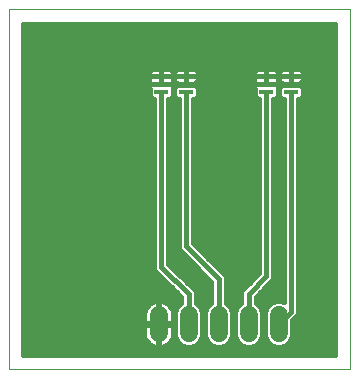
<source format=gtl>
G75*
%MOIN*%
%OFA0B0*%
%FSLAX25Y25*%
%IPPOS*%
%LPD*%
%AMOC8*
5,1,8,0,0,1.08239X$1,22.5*
%
%ADD10C,0.00000*%
%ADD11C,0.06000*%
%ADD12R,0.04600X0.01400*%
%ADD13C,0.01600*%
D10*
X0136800Y0016800D02*
X0136800Y0136761D01*
X0250501Y0136761D01*
X0250501Y0016800D01*
X0136800Y0016800D01*
D11*
X0186800Y0028800D02*
X0186800Y0034800D01*
X0196800Y0034800D02*
X0196800Y0028800D01*
X0206800Y0028800D02*
X0206800Y0034800D01*
X0216800Y0034800D02*
X0216800Y0028800D01*
X0226800Y0028800D02*
X0226800Y0034800D01*
D12*
X0222700Y0109200D03*
X0222700Y0111800D03*
X0222700Y0114400D03*
X0230900Y0114400D03*
X0230900Y0109200D03*
X0195900Y0109200D03*
X0195900Y0114400D03*
X0187700Y0114400D03*
X0187700Y0111800D03*
X0187700Y0109200D03*
D13*
X0187700Y0050900D01*
X0196800Y0041800D01*
X0196800Y0031800D01*
X0201400Y0031187D02*
X0202200Y0031187D01*
X0202200Y0032785D02*
X0201400Y0032785D01*
X0201400Y0034384D02*
X0202200Y0034384D01*
X0202200Y0035715D02*
X0202200Y0027885D01*
X0202900Y0026194D01*
X0204194Y0024900D01*
X0205885Y0024200D01*
X0207715Y0024200D01*
X0209406Y0024900D01*
X0210700Y0026194D01*
X0211400Y0027885D01*
X0211400Y0035715D01*
X0210700Y0037406D01*
X0209406Y0038700D01*
X0209200Y0038785D01*
X0209200Y0047277D01*
X0208835Y0048159D01*
X0208159Y0048835D01*
X0198300Y0058694D01*
X0198300Y0106900D01*
X0198863Y0106900D01*
X0199800Y0107837D01*
X0199800Y0110563D01*
X0198863Y0111500D01*
X0196619Y0111500D01*
X0196377Y0111600D01*
X0195423Y0111600D01*
X0195181Y0111500D01*
X0192937Y0111500D01*
X0192000Y0110563D01*
X0192000Y0107837D01*
X0192937Y0106900D01*
X0193500Y0106900D01*
X0193500Y0057223D01*
X0193865Y0056341D01*
X0204400Y0045806D01*
X0204400Y0038785D01*
X0204194Y0038700D01*
X0202900Y0037406D01*
X0202200Y0035715D01*
X0202311Y0035982D02*
X0201289Y0035982D01*
X0201400Y0035715D02*
X0200700Y0037406D01*
X0199406Y0038700D01*
X0199200Y0038785D01*
X0199200Y0042277D01*
X0198835Y0043159D01*
X0198159Y0043835D01*
X0190100Y0051894D01*
X0190100Y0106900D01*
X0190663Y0106900D01*
X0191600Y0107837D01*
X0191600Y0110271D01*
X0191677Y0110405D01*
X0191800Y0110863D01*
X0191800Y0111800D01*
X0191800Y0112737D01*
X0191703Y0113100D01*
X0191800Y0113463D01*
X0191923Y0113005D01*
X0192160Y0112595D01*
X0192495Y0112260D01*
X0192905Y0112023D01*
X0193363Y0111900D01*
X0195900Y0111900D01*
X0198437Y0111900D01*
X0198895Y0112023D01*
X0199305Y0112260D01*
X0199640Y0112595D01*
X0199877Y0113005D01*
X0200000Y0113463D01*
X0200000Y0114400D01*
X0200000Y0115337D01*
X0199877Y0115795D01*
X0199640Y0116205D01*
X0199305Y0116540D01*
X0198895Y0116777D01*
X0198437Y0116900D01*
X0195900Y0116900D01*
X0195900Y0114400D01*
X0200000Y0114400D01*
X0195900Y0114400D01*
X0195900Y0114400D01*
X0195900Y0114400D01*
X0195900Y0111900D01*
X0195900Y0114400D01*
X0195900Y0114400D01*
X0195900Y0114400D01*
X0191800Y0114400D01*
X0191800Y0115337D01*
X0191923Y0115795D01*
X0192160Y0116205D01*
X0192495Y0116540D01*
X0192905Y0116777D01*
X0193363Y0116900D01*
X0195900Y0116900D01*
X0195900Y0114400D01*
X0191800Y0114400D01*
X0191800Y0115337D01*
X0191677Y0115795D01*
X0191440Y0116205D01*
X0191105Y0116540D01*
X0190695Y0116777D01*
X0190237Y0116900D01*
X0187700Y0116900D01*
X0187700Y0114400D01*
X0187700Y0114400D01*
X0191800Y0114400D01*
X0191800Y0113463D01*
X0191800Y0114400D01*
X0187700Y0114400D01*
X0187700Y0114400D01*
X0187700Y0114400D01*
X0183600Y0114400D01*
X0183600Y0115337D01*
X0183723Y0115795D01*
X0183960Y0116205D01*
X0184295Y0116540D01*
X0184705Y0116777D01*
X0185163Y0116900D01*
X0187700Y0116900D01*
X0187700Y0114400D01*
X0187700Y0111800D01*
X0191800Y0111800D01*
X0187700Y0111800D01*
X0187700Y0111800D01*
X0187700Y0111800D01*
X0187700Y0111800D01*
X0183600Y0111800D01*
X0183600Y0112737D01*
X0183697Y0113100D01*
X0183600Y0113463D01*
X0183600Y0114400D01*
X0187700Y0114400D01*
X0187700Y0114400D01*
X0187700Y0114300D01*
X0187700Y0111800D01*
X0183600Y0111800D01*
X0183600Y0110863D01*
X0183723Y0110405D01*
X0183800Y0110271D01*
X0183800Y0107837D01*
X0184737Y0106900D01*
X0185300Y0106900D01*
X0185300Y0050423D01*
X0185665Y0049541D01*
X0194400Y0040806D01*
X0194400Y0038785D01*
X0194194Y0038700D01*
X0192900Y0037406D01*
X0192200Y0035715D01*
X0192200Y0027885D01*
X0192900Y0026194D01*
X0194194Y0024900D01*
X0195885Y0024200D01*
X0197715Y0024200D01*
X0199406Y0024900D01*
X0200700Y0026194D01*
X0201400Y0027885D01*
X0201400Y0035715D01*
X0200525Y0037581D02*
X0203075Y0037581D01*
X0204400Y0039179D02*
X0199200Y0039179D01*
X0199200Y0040778D02*
X0204400Y0040778D01*
X0204400Y0042376D02*
X0199159Y0042376D01*
X0198019Y0043975D02*
X0204400Y0043975D01*
X0204400Y0045573D02*
X0196421Y0045573D01*
X0194822Y0047172D02*
X0203034Y0047172D01*
X0201436Y0048770D02*
X0193224Y0048770D01*
X0191625Y0050369D02*
X0199837Y0050369D01*
X0198239Y0051967D02*
X0190100Y0051967D01*
X0190100Y0053566D02*
X0196640Y0053566D01*
X0195042Y0055164D02*
X0190100Y0055164D01*
X0190100Y0056763D02*
X0193690Y0056763D01*
X0193500Y0058361D02*
X0190100Y0058361D01*
X0190100Y0059960D02*
X0193500Y0059960D01*
X0193500Y0061558D02*
X0190100Y0061558D01*
X0190100Y0063157D02*
X0193500Y0063157D01*
X0193500Y0064755D02*
X0190100Y0064755D01*
X0190100Y0066354D02*
X0193500Y0066354D01*
X0193500Y0067952D02*
X0190100Y0067952D01*
X0190100Y0069551D02*
X0193500Y0069551D01*
X0193500Y0071149D02*
X0190100Y0071149D01*
X0190100Y0072748D02*
X0193500Y0072748D01*
X0193500Y0074346D02*
X0190100Y0074346D01*
X0190100Y0075945D02*
X0193500Y0075945D01*
X0193500Y0077543D02*
X0190100Y0077543D01*
X0190100Y0079142D02*
X0193500Y0079142D01*
X0193500Y0080740D02*
X0190100Y0080740D01*
X0190100Y0082339D02*
X0193500Y0082339D01*
X0193500Y0083937D02*
X0190100Y0083937D01*
X0190100Y0085536D02*
X0193500Y0085536D01*
X0193500Y0087134D02*
X0190100Y0087134D01*
X0190100Y0088733D02*
X0193500Y0088733D01*
X0193500Y0090332D02*
X0190100Y0090332D01*
X0190100Y0091930D02*
X0193500Y0091930D01*
X0193500Y0093529D02*
X0190100Y0093529D01*
X0190100Y0095127D02*
X0193500Y0095127D01*
X0193500Y0096726D02*
X0190100Y0096726D01*
X0190100Y0098324D02*
X0193500Y0098324D01*
X0193500Y0099923D02*
X0190100Y0099923D01*
X0190100Y0101521D02*
X0193500Y0101521D01*
X0193500Y0103120D02*
X0190100Y0103120D01*
X0190100Y0104718D02*
X0193500Y0104718D01*
X0193500Y0106317D02*
X0190100Y0106317D01*
X0191600Y0107915D02*
X0192000Y0107915D01*
X0192000Y0109514D02*
X0191600Y0109514D01*
X0191800Y0111112D02*
X0192549Y0111112D01*
X0192093Y0112711D02*
X0191800Y0112711D01*
X0191800Y0114309D02*
X0191800Y0114309D01*
X0191612Y0115908D02*
X0191988Y0115908D01*
X0195900Y0115908D02*
X0195900Y0115908D01*
X0195900Y0114309D02*
X0195900Y0114309D01*
X0195900Y0112711D02*
X0195900Y0112711D01*
X0195900Y0109200D02*
X0195900Y0057700D01*
X0206800Y0046800D01*
X0206800Y0031800D01*
X0211400Y0031187D02*
X0212200Y0031187D01*
X0212200Y0032785D02*
X0211400Y0032785D01*
X0211400Y0034384D02*
X0212200Y0034384D01*
X0212200Y0035715D02*
X0212900Y0037406D01*
X0214194Y0038700D01*
X0214400Y0038785D01*
X0214400Y0042277D01*
X0214765Y0043159D01*
X0215441Y0043835D01*
X0220300Y0048694D01*
X0220300Y0106900D01*
X0219737Y0106900D01*
X0218800Y0107837D01*
X0218800Y0110271D01*
X0218723Y0110405D01*
X0218600Y0110863D01*
X0218600Y0111800D01*
X0222700Y0111800D01*
X0226800Y0111800D01*
X0226800Y0112737D01*
X0226703Y0113100D01*
X0226800Y0113463D01*
X0226923Y0113005D01*
X0227160Y0112595D01*
X0227495Y0112260D01*
X0227905Y0112023D01*
X0228363Y0111900D01*
X0230900Y0111900D01*
X0233437Y0111900D01*
X0233895Y0112023D01*
X0234305Y0112260D01*
X0234640Y0112595D01*
X0234877Y0113005D01*
X0235000Y0113463D01*
X0235000Y0114400D01*
X0235000Y0115337D01*
X0234877Y0115795D01*
X0234640Y0116205D01*
X0234305Y0116540D01*
X0233895Y0116777D01*
X0233437Y0116900D01*
X0230900Y0116900D01*
X0230900Y0114400D01*
X0235000Y0114400D01*
X0230900Y0114400D01*
X0230900Y0114400D01*
X0230900Y0114400D01*
X0230900Y0111900D01*
X0230900Y0114400D01*
X0230900Y0114400D01*
X0230900Y0114400D01*
X0226800Y0114400D01*
X0226800Y0115337D01*
X0226923Y0115795D01*
X0227160Y0116205D01*
X0227495Y0116540D01*
X0227905Y0116777D01*
X0228363Y0116900D01*
X0230900Y0116900D01*
X0230900Y0114400D01*
X0226800Y0114400D01*
X0226800Y0115337D01*
X0226677Y0115795D01*
X0226440Y0116205D01*
X0226105Y0116540D01*
X0225695Y0116777D01*
X0225237Y0116900D01*
X0222700Y0116900D01*
X0222700Y0114400D01*
X0222700Y0114400D01*
X0226800Y0114400D01*
X0226800Y0113463D01*
X0226800Y0114400D01*
X0222700Y0114400D01*
X0222700Y0114400D01*
X0222700Y0114400D01*
X0218600Y0114400D01*
X0218600Y0115337D01*
X0218723Y0115795D01*
X0218960Y0116205D01*
X0219295Y0116540D01*
X0219705Y0116777D01*
X0220163Y0116900D01*
X0222700Y0116900D01*
X0222700Y0114400D01*
X0222700Y0111800D01*
X0222700Y0111800D01*
X0222700Y0111800D01*
X0222700Y0111800D01*
X0226800Y0111800D01*
X0226800Y0110863D01*
X0226677Y0110405D01*
X0226600Y0110271D01*
X0226600Y0107837D01*
X0225663Y0106900D01*
X0225100Y0106900D01*
X0225100Y0047223D01*
X0224735Y0046341D01*
X0219200Y0040806D01*
X0219200Y0038785D01*
X0219406Y0038700D01*
X0220700Y0037406D01*
X0221400Y0035715D01*
X0221400Y0027885D01*
X0220700Y0026194D01*
X0219406Y0024900D01*
X0217715Y0024200D01*
X0215885Y0024200D01*
X0214194Y0024900D01*
X0212900Y0026194D01*
X0212200Y0027885D01*
X0212200Y0035715D01*
X0212311Y0035982D02*
X0211289Y0035982D01*
X0210525Y0037581D02*
X0213075Y0037581D01*
X0214400Y0039179D02*
X0209200Y0039179D01*
X0209200Y0040778D02*
X0214400Y0040778D01*
X0214441Y0042376D02*
X0209200Y0042376D01*
X0209200Y0043975D02*
X0215581Y0043975D01*
X0217179Y0045573D02*
X0209200Y0045573D01*
X0209200Y0047172D02*
X0218778Y0047172D01*
X0220300Y0048770D02*
X0208224Y0048770D01*
X0206625Y0050369D02*
X0220300Y0050369D01*
X0220300Y0051967D02*
X0205027Y0051967D01*
X0203428Y0053566D02*
X0220300Y0053566D01*
X0220300Y0055164D02*
X0201830Y0055164D01*
X0200231Y0056763D02*
X0220300Y0056763D01*
X0220300Y0058361D02*
X0198633Y0058361D01*
X0198300Y0059960D02*
X0220300Y0059960D01*
X0220300Y0061558D02*
X0198300Y0061558D01*
X0198300Y0063157D02*
X0220300Y0063157D01*
X0220300Y0064755D02*
X0198300Y0064755D01*
X0198300Y0066354D02*
X0220300Y0066354D01*
X0220300Y0067952D02*
X0198300Y0067952D01*
X0198300Y0069551D02*
X0220300Y0069551D01*
X0220300Y0071149D02*
X0198300Y0071149D01*
X0198300Y0072748D02*
X0220300Y0072748D01*
X0220300Y0074346D02*
X0198300Y0074346D01*
X0198300Y0075945D02*
X0220300Y0075945D01*
X0220300Y0077543D02*
X0198300Y0077543D01*
X0198300Y0079142D02*
X0220300Y0079142D01*
X0220300Y0080740D02*
X0198300Y0080740D01*
X0198300Y0082339D02*
X0220300Y0082339D01*
X0220300Y0083937D02*
X0198300Y0083937D01*
X0198300Y0085536D02*
X0220300Y0085536D01*
X0220300Y0087134D02*
X0198300Y0087134D01*
X0198300Y0088733D02*
X0220300Y0088733D01*
X0220300Y0090332D02*
X0198300Y0090332D01*
X0198300Y0091930D02*
X0220300Y0091930D01*
X0220300Y0093529D02*
X0198300Y0093529D01*
X0198300Y0095127D02*
X0220300Y0095127D01*
X0220300Y0096726D02*
X0198300Y0096726D01*
X0198300Y0098324D02*
X0220300Y0098324D01*
X0220300Y0099923D02*
X0198300Y0099923D01*
X0198300Y0101521D02*
X0220300Y0101521D01*
X0220300Y0103120D02*
X0198300Y0103120D01*
X0198300Y0104718D02*
X0220300Y0104718D01*
X0220300Y0106317D02*
X0198300Y0106317D01*
X0199800Y0107915D02*
X0218800Y0107915D01*
X0218800Y0109514D02*
X0199800Y0109514D01*
X0199251Y0111112D02*
X0218600Y0111112D01*
X0218600Y0111800D02*
X0222700Y0111800D01*
X0222700Y0114300D01*
X0222700Y0114400D01*
X0222700Y0114400D01*
X0218600Y0114400D01*
X0218600Y0113463D01*
X0218697Y0113100D01*
X0218600Y0112737D01*
X0218600Y0111800D01*
X0218600Y0112711D02*
X0199707Y0112711D01*
X0200000Y0114309D02*
X0218600Y0114309D01*
X0218788Y0115908D02*
X0199812Y0115908D01*
X0187700Y0115908D02*
X0187700Y0115908D01*
X0187700Y0114309D02*
X0187700Y0114309D01*
X0187700Y0112711D02*
X0187700Y0112711D01*
X0183600Y0112711D02*
X0141600Y0112711D01*
X0141600Y0114309D02*
X0183600Y0114309D01*
X0183788Y0115908D02*
X0141600Y0115908D01*
X0141600Y0117506D02*
X0245701Y0117506D01*
X0245701Y0115908D02*
X0234812Y0115908D01*
X0235000Y0114309D02*
X0245701Y0114309D01*
X0245701Y0112711D02*
X0234707Y0112711D01*
X0233863Y0111500D02*
X0231619Y0111500D01*
X0231377Y0111600D01*
X0230423Y0111600D01*
X0230181Y0111500D01*
X0227937Y0111500D01*
X0227000Y0110563D01*
X0227000Y0107837D01*
X0227937Y0106900D01*
X0228500Y0106900D01*
X0228500Y0039075D01*
X0227715Y0039400D01*
X0225885Y0039400D01*
X0224194Y0038700D01*
X0222900Y0037406D01*
X0222200Y0035715D01*
X0222200Y0027885D01*
X0222900Y0026194D01*
X0224194Y0024900D01*
X0225885Y0024200D01*
X0227715Y0024200D01*
X0229406Y0024900D01*
X0230700Y0026194D01*
X0231400Y0027885D01*
X0231400Y0033006D01*
X0232935Y0034541D01*
X0233300Y0035423D01*
X0233300Y0106900D01*
X0233863Y0106900D01*
X0234800Y0107837D01*
X0234800Y0110563D01*
X0233863Y0111500D01*
X0234251Y0111112D02*
X0245701Y0111112D01*
X0245701Y0109514D02*
X0234800Y0109514D01*
X0234800Y0107915D02*
X0245701Y0107915D01*
X0245701Y0106317D02*
X0233300Y0106317D01*
X0233300Y0104718D02*
X0245701Y0104718D01*
X0245701Y0103120D02*
X0233300Y0103120D01*
X0233300Y0101521D02*
X0245701Y0101521D01*
X0245701Y0099923D02*
X0233300Y0099923D01*
X0233300Y0098324D02*
X0245701Y0098324D01*
X0245701Y0096726D02*
X0233300Y0096726D01*
X0233300Y0095127D02*
X0245701Y0095127D01*
X0245701Y0093529D02*
X0233300Y0093529D01*
X0233300Y0091930D02*
X0245701Y0091930D01*
X0245701Y0090332D02*
X0233300Y0090332D01*
X0233300Y0088733D02*
X0245701Y0088733D01*
X0245701Y0087134D02*
X0233300Y0087134D01*
X0233300Y0085536D02*
X0245701Y0085536D01*
X0245701Y0083937D02*
X0233300Y0083937D01*
X0233300Y0082339D02*
X0245701Y0082339D01*
X0245701Y0080740D02*
X0233300Y0080740D01*
X0233300Y0079142D02*
X0245701Y0079142D01*
X0245701Y0077543D02*
X0233300Y0077543D01*
X0233300Y0075945D02*
X0245701Y0075945D01*
X0245701Y0074346D02*
X0233300Y0074346D01*
X0233300Y0072748D02*
X0245701Y0072748D01*
X0245701Y0071149D02*
X0233300Y0071149D01*
X0233300Y0069551D02*
X0245701Y0069551D01*
X0245701Y0067952D02*
X0233300Y0067952D01*
X0233300Y0066354D02*
X0245701Y0066354D01*
X0245701Y0064755D02*
X0233300Y0064755D01*
X0233300Y0063157D02*
X0245701Y0063157D01*
X0245701Y0061558D02*
X0233300Y0061558D01*
X0233300Y0059960D02*
X0245701Y0059960D01*
X0245701Y0058361D02*
X0233300Y0058361D01*
X0233300Y0056763D02*
X0245701Y0056763D01*
X0245701Y0055164D02*
X0233300Y0055164D01*
X0233300Y0053566D02*
X0245701Y0053566D01*
X0245701Y0051967D02*
X0233300Y0051967D01*
X0233300Y0050369D02*
X0245701Y0050369D01*
X0245701Y0048770D02*
X0233300Y0048770D01*
X0233300Y0047172D02*
X0245701Y0047172D01*
X0245701Y0045573D02*
X0233300Y0045573D01*
X0233300Y0043975D02*
X0245701Y0043975D01*
X0245701Y0042376D02*
X0233300Y0042376D01*
X0233300Y0040778D02*
X0245701Y0040778D01*
X0245701Y0039179D02*
X0233300Y0039179D01*
X0233300Y0037581D02*
X0245701Y0037581D01*
X0245701Y0035982D02*
X0233300Y0035982D01*
X0232778Y0034384D02*
X0245701Y0034384D01*
X0245701Y0032785D02*
X0231400Y0032785D01*
X0231400Y0031187D02*
X0245701Y0031187D01*
X0245701Y0029588D02*
X0231400Y0029588D01*
X0231400Y0027990D02*
X0245701Y0027990D01*
X0245701Y0026391D02*
X0230781Y0026391D01*
X0229146Y0024793D02*
X0245701Y0024793D01*
X0245701Y0023194D02*
X0141600Y0023194D01*
X0141600Y0021600D02*
X0141600Y0131961D01*
X0245701Y0131961D01*
X0245701Y0021600D01*
X0141600Y0021600D01*
X0141600Y0024793D02*
X0184150Y0024793D01*
X0184284Y0024695D02*
X0184957Y0024352D01*
X0185676Y0024118D01*
X0186422Y0024000D01*
X0186600Y0024000D01*
X0186600Y0031600D01*
X0187000Y0031600D01*
X0187000Y0032000D01*
X0191600Y0032000D01*
X0191600Y0035178D01*
X0191482Y0035924D01*
X0191248Y0036643D01*
X0190905Y0037316D01*
X0190461Y0037927D01*
X0189927Y0038461D01*
X0189316Y0038905D01*
X0188643Y0039248D01*
X0187924Y0039482D01*
X0187178Y0039600D01*
X0187000Y0039600D01*
X0187000Y0032000D01*
X0186600Y0032000D01*
X0186600Y0039600D01*
X0186422Y0039600D01*
X0185676Y0039482D01*
X0184957Y0039248D01*
X0184284Y0038905D01*
X0183673Y0038461D01*
X0183139Y0037927D01*
X0182695Y0037316D01*
X0182352Y0036643D01*
X0182118Y0035924D01*
X0182000Y0035178D01*
X0182000Y0032000D01*
X0186600Y0032000D01*
X0186600Y0031600D01*
X0182000Y0031600D01*
X0182000Y0028422D01*
X0182118Y0027676D01*
X0182352Y0026957D01*
X0182695Y0026284D01*
X0183139Y0025673D01*
X0183673Y0025139D01*
X0184284Y0024695D01*
X0186600Y0024793D02*
X0187000Y0024793D01*
X0187000Y0024000D02*
X0187178Y0024000D01*
X0187924Y0024118D01*
X0188643Y0024352D01*
X0189316Y0024695D01*
X0189927Y0025139D01*
X0190461Y0025673D01*
X0190905Y0026284D01*
X0191248Y0026957D01*
X0191482Y0027676D01*
X0191600Y0028422D01*
X0191600Y0031600D01*
X0187000Y0031600D01*
X0187000Y0024000D01*
X0187000Y0026391D02*
X0186600Y0026391D01*
X0186600Y0027990D02*
X0187000Y0027990D01*
X0187000Y0029588D02*
X0186600Y0029588D01*
X0186600Y0031187D02*
X0187000Y0031187D01*
X0187000Y0032785D02*
X0186600Y0032785D01*
X0186600Y0034384D02*
X0187000Y0034384D01*
X0187000Y0035982D02*
X0186600Y0035982D01*
X0186600Y0037581D02*
X0187000Y0037581D01*
X0187000Y0039179D02*
X0186600Y0039179D01*
X0184822Y0039179D02*
X0141600Y0039179D01*
X0141600Y0037581D02*
X0182887Y0037581D01*
X0182137Y0035982D02*
X0141600Y0035982D01*
X0141600Y0034384D02*
X0182000Y0034384D01*
X0182000Y0032785D02*
X0141600Y0032785D01*
X0141600Y0031187D02*
X0182000Y0031187D01*
X0182000Y0029588D02*
X0141600Y0029588D01*
X0141600Y0027990D02*
X0182069Y0027990D01*
X0182640Y0026391D02*
X0141600Y0026391D01*
X0141600Y0040778D02*
X0194400Y0040778D01*
X0194400Y0039179D02*
X0188778Y0039179D01*
X0190713Y0037581D02*
X0193075Y0037581D01*
X0192311Y0035982D02*
X0191463Y0035982D01*
X0191600Y0034384D02*
X0192200Y0034384D01*
X0192200Y0032785D02*
X0191600Y0032785D01*
X0191600Y0031187D02*
X0192200Y0031187D01*
X0192200Y0029588D02*
X0191600Y0029588D01*
X0191531Y0027990D02*
X0192200Y0027990D01*
X0192819Y0026391D02*
X0190960Y0026391D01*
X0189450Y0024793D02*
X0194454Y0024793D01*
X0199146Y0024793D02*
X0204454Y0024793D01*
X0202819Y0026391D02*
X0200781Y0026391D01*
X0201400Y0027990D02*
X0202200Y0027990D01*
X0202200Y0029588D02*
X0201400Y0029588D01*
X0209146Y0024793D02*
X0214454Y0024793D01*
X0212819Y0026391D02*
X0210781Y0026391D01*
X0211400Y0027990D02*
X0212200Y0027990D01*
X0212200Y0029588D02*
X0211400Y0029588D01*
X0216800Y0031800D02*
X0216800Y0041800D01*
X0222700Y0047700D01*
X0222700Y0109200D01*
X0222700Y0112711D02*
X0222700Y0112711D01*
X0222700Y0114309D02*
X0222700Y0114309D01*
X0222700Y0115908D02*
X0222700Y0115908D01*
X0226612Y0115908D02*
X0226988Y0115908D01*
X0226800Y0114309D02*
X0226800Y0114309D01*
X0226800Y0112711D02*
X0227093Y0112711D01*
X0226800Y0111112D02*
X0227549Y0111112D01*
X0227000Y0109514D02*
X0226600Y0109514D01*
X0226600Y0107915D02*
X0227000Y0107915D01*
X0228500Y0106317D02*
X0225100Y0106317D01*
X0225100Y0104718D02*
X0228500Y0104718D01*
X0228500Y0103120D02*
X0225100Y0103120D01*
X0225100Y0101521D02*
X0228500Y0101521D01*
X0228500Y0099923D02*
X0225100Y0099923D01*
X0225100Y0098324D02*
X0228500Y0098324D01*
X0228500Y0096726D02*
X0225100Y0096726D01*
X0225100Y0095127D02*
X0228500Y0095127D01*
X0228500Y0093529D02*
X0225100Y0093529D01*
X0225100Y0091930D02*
X0228500Y0091930D01*
X0228500Y0090332D02*
X0225100Y0090332D01*
X0225100Y0088733D02*
X0228500Y0088733D01*
X0228500Y0087134D02*
X0225100Y0087134D01*
X0225100Y0085536D02*
X0228500Y0085536D01*
X0228500Y0083937D02*
X0225100Y0083937D01*
X0225100Y0082339D02*
X0228500Y0082339D01*
X0228500Y0080740D02*
X0225100Y0080740D01*
X0225100Y0079142D02*
X0228500Y0079142D01*
X0228500Y0077543D02*
X0225100Y0077543D01*
X0225100Y0075945D02*
X0228500Y0075945D01*
X0228500Y0074346D02*
X0225100Y0074346D01*
X0225100Y0072748D02*
X0228500Y0072748D01*
X0228500Y0071149D02*
X0225100Y0071149D01*
X0225100Y0069551D02*
X0228500Y0069551D01*
X0228500Y0067952D02*
X0225100Y0067952D01*
X0225100Y0066354D02*
X0228500Y0066354D01*
X0228500Y0064755D02*
X0225100Y0064755D01*
X0225100Y0063157D02*
X0228500Y0063157D01*
X0228500Y0061558D02*
X0225100Y0061558D01*
X0225100Y0059960D02*
X0228500Y0059960D01*
X0228500Y0058361D02*
X0225100Y0058361D01*
X0225100Y0056763D02*
X0228500Y0056763D01*
X0228500Y0055164D02*
X0225100Y0055164D01*
X0225100Y0053566D02*
X0228500Y0053566D01*
X0228500Y0051967D02*
X0225100Y0051967D01*
X0225100Y0050369D02*
X0228500Y0050369D01*
X0228500Y0048770D02*
X0225100Y0048770D01*
X0225079Y0047172D02*
X0228500Y0047172D01*
X0228500Y0045573D02*
X0223967Y0045573D01*
X0222369Y0043975D02*
X0228500Y0043975D01*
X0228500Y0042376D02*
X0220770Y0042376D01*
X0219200Y0040778D02*
X0228500Y0040778D01*
X0228500Y0039179D02*
X0228248Y0039179D01*
X0225352Y0039179D02*
X0219200Y0039179D01*
X0220525Y0037581D02*
X0223075Y0037581D01*
X0222311Y0035982D02*
X0221289Y0035982D01*
X0221400Y0034384D02*
X0222200Y0034384D01*
X0222200Y0032785D02*
X0221400Y0032785D01*
X0221400Y0031187D02*
X0222200Y0031187D01*
X0222200Y0029588D02*
X0221400Y0029588D01*
X0221400Y0027990D02*
X0222200Y0027990D01*
X0222819Y0026391D02*
X0220781Y0026391D01*
X0219146Y0024793D02*
X0224454Y0024793D01*
X0226800Y0031800D02*
X0230900Y0035900D01*
X0230900Y0109200D01*
X0230900Y0112711D02*
X0230900Y0112711D01*
X0230900Y0114309D02*
X0230900Y0114309D01*
X0230900Y0115908D02*
X0230900Y0115908D01*
X0245701Y0119105D02*
X0141600Y0119105D01*
X0141600Y0120703D02*
X0245701Y0120703D01*
X0245701Y0122302D02*
X0141600Y0122302D01*
X0141600Y0123900D02*
X0245701Y0123900D01*
X0245701Y0125499D02*
X0141600Y0125499D01*
X0141600Y0127097D02*
X0245701Y0127097D01*
X0245701Y0128696D02*
X0141600Y0128696D01*
X0141600Y0130294D02*
X0245701Y0130294D01*
X0245701Y0131893D02*
X0141600Y0131893D01*
X0141600Y0111112D02*
X0183600Y0111112D01*
X0183800Y0109514D02*
X0141600Y0109514D01*
X0141600Y0107915D02*
X0183800Y0107915D01*
X0185300Y0106317D02*
X0141600Y0106317D01*
X0141600Y0104718D02*
X0185300Y0104718D01*
X0185300Y0103120D02*
X0141600Y0103120D01*
X0141600Y0101521D02*
X0185300Y0101521D01*
X0185300Y0099923D02*
X0141600Y0099923D01*
X0141600Y0098324D02*
X0185300Y0098324D01*
X0185300Y0096726D02*
X0141600Y0096726D01*
X0141600Y0095127D02*
X0185300Y0095127D01*
X0185300Y0093529D02*
X0141600Y0093529D01*
X0141600Y0091930D02*
X0185300Y0091930D01*
X0185300Y0090332D02*
X0141600Y0090332D01*
X0141600Y0088733D02*
X0185300Y0088733D01*
X0185300Y0087134D02*
X0141600Y0087134D01*
X0141600Y0085536D02*
X0185300Y0085536D01*
X0185300Y0083937D02*
X0141600Y0083937D01*
X0141600Y0082339D02*
X0185300Y0082339D01*
X0185300Y0080740D02*
X0141600Y0080740D01*
X0141600Y0079142D02*
X0185300Y0079142D01*
X0185300Y0077543D02*
X0141600Y0077543D01*
X0141600Y0075945D02*
X0185300Y0075945D01*
X0185300Y0074346D02*
X0141600Y0074346D01*
X0141600Y0072748D02*
X0185300Y0072748D01*
X0185300Y0071149D02*
X0141600Y0071149D01*
X0141600Y0069551D02*
X0185300Y0069551D01*
X0185300Y0067952D02*
X0141600Y0067952D01*
X0141600Y0066354D02*
X0185300Y0066354D01*
X0185300Y0064755D02*
X0141600Y0064755D01*
X0141600Y0063157D02*
X0185300Y0063157D01*
X0185300Y0061558D02*
X0141600Y0061558D01*
X0141600Y0059960D02*
X0185300Y0059960D01*
X0185300Y0058361D02*
X0141600Y0058361D01*
X0141600Y0056763D02*
X0185300Y0056763D01*
X0185300Y0055164D02*
X0141600Y0055164D01*
X0141600Y0053566D02*
X0185300Y0053566D01*
X0185300Y0051967D02*
X0141600Y0051967D01*
X0141600Y0050369D02*
X0185322Y0050369D01*
X0186436Y0048770D02*
X0141600Y0048770D01*
X0141600Y0047172D02*
X0188034Y0047172D01*
X0189633Y0045573D02*
X0141600Y0045573D01*
X0141600Y0043975D02*
X0191231Y0043975D01*
X0192830Y0042376D02*
X0141600Y0042376D01*
M02*

</source>
